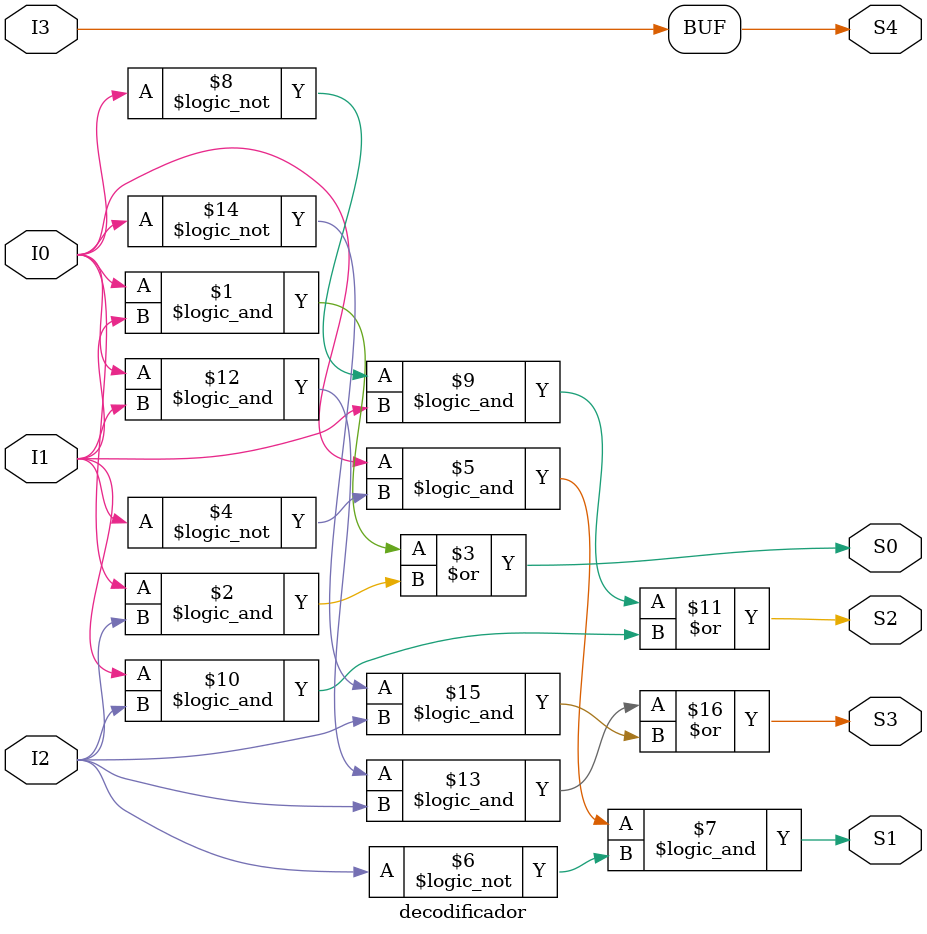
<source format=sv>
module decodificador(input I0, I1, I2, I3,
							output S4, S3, S2, S1, S0);
							
	assign S0 = (I0&&I1)|(I0&&I2);
	assign S1 = (I0&&!I1&&!I2);
	assign S2 = (!I0&&I1)|(I1&&I2);
	assign S3 = (I0&&I1&&I2)|(!I0&&I2);
	assign S4 = (I3);

endmodule
</source>
